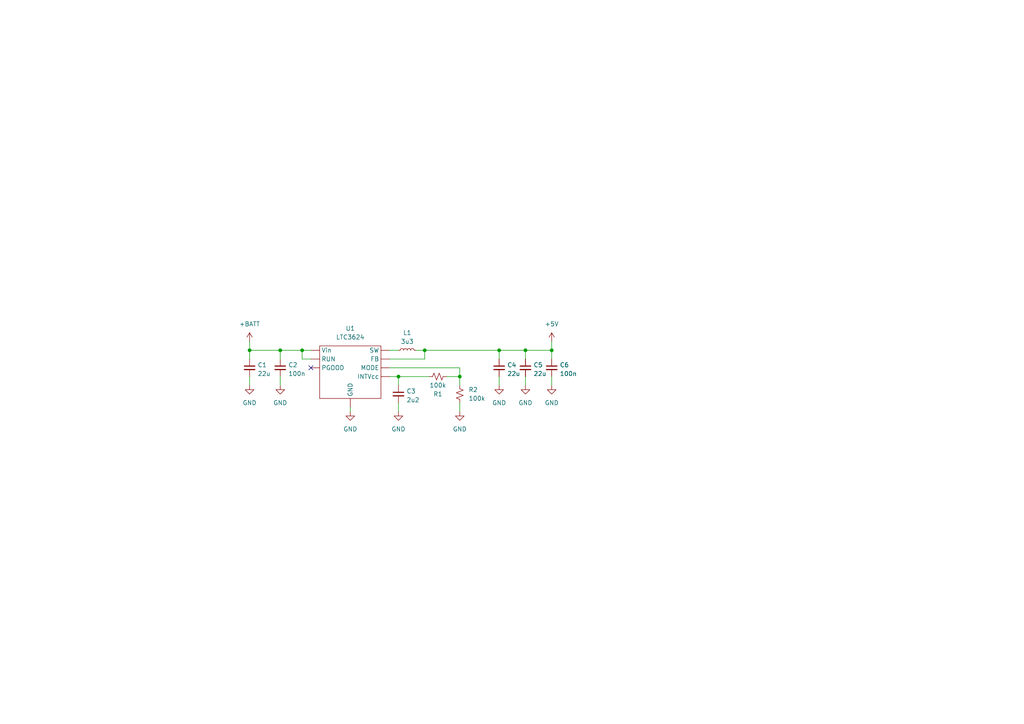
<source format=kicad_sch>
(kicad_sch (version 20250114) (generator "eeschema") (generator_version "9.0")
  (paper "A4")
  (lib_symbols
    (symbol "Device:C_Small" (pin_numbers (hide yes)) (pin_names (offset 0.254) (hide yes))
      (property "Reference" "C" (at 0.254 1.778 0))
      (property "Value" "C_Small" (at 0.254 -2.032 0))
      (symbol "C_Small_0_1"
        (polyline (pts (xy -1.524 0.508) (xy 1.524 0.508)) (stroke (width 0.3048)))
        (polyline (pts (xy -1.524 -0.508) (xy 1.524 -0.508)) (stroke (width 0.3302)))
      )
      (symbol "C_Small_1_1"
        (pin passive line (at 0 2.54 270) (length 2.032) (name "~") (number "1"))
        (pin passive line (at 0 -2.54 90) (length 2.032) (name "~") (number "2"))
      )
    )
    (symbol "Device:L_Small" (pin_numbers (hide yes)) (pin_names (offset 0.254) (hide yes))
      (property "Reference" "L" (at 0.762 1.016 0))
      (property "Value" "L_Small" (at 0.762 -1.016 0))
      (symbol "L_Small_0_1"
        (arc (start 0 2.032) (mid 0.5058 1.524) (end 0 1.016))
        (arc (start 0 1.016) (mid 0.5058 0.508) (end 0 0))
        (arc (start 0 0) (mid 0.5058 -0.508) (end 0 -1.016))
        (arc (start 0 -1.016) (mid 0.5058 -1.524) (end 0 -2.032))
      )
      (symbol "L_Small_1_1"
        (pin passive line (at 0 2.54 270) (length 0.508) (name "~") (number "1"))
        (pin passive line (at 0 -2.54 90) (length 0.508) (name "~") (number "2"))
      )
    )
    (symbol "Device:R_Small_US" (pin_numbers (hide yes)) (pin_names (offset 0.254) (hide yes))
      (property "Reference" "R" (at 0.762 0.508 0))
      (property "Value" "R_Small_US" (at 0.762 -1.016 0))
      (symbol "R_Small_US_1_1"
        (polyline (pts (xy 0 1.524) (xy 1.016 1.143) (xy 0 0.762) (xy -1.016 0.381) (xy 0 0)))
        (polyline (pts (xy 0 0) (xy 1.016 -0.381) (xy 0 -0.762) (xy -1.016 -1.143) (xy 0 -1.524)))
        (pin passive line (at 0 2.54 270) (length 1.016) (name "~") (number "1"))
        (pin passive line (at 0 -2.54 90) (length 1.016) (name "~") (number "2"))
      )
    )
    (symbol "U-Linear Tech-LTC3624:LTC3624" (pin_numbers (hide yes))
      (property "Reference" "U" (at 0 1.27 0))
      (property "Value" "LTC3624" (at 0 -1.27 0))
      (symbol "LTC3624_0_1"
        (rectangle (start -8.89 -2.54) (end 8.89 -17.78))
      )
      (symbol "LTC3624_1_1"
        (pin input line (at -11.43 -3.81 0) (length 2.54) (name "Vin") (number "2"))
        (pin input line (at -11.43 -6.35 0) (length 2.54) (name "RUN") (number "3"))
        (pin output line (at -11.43 -8.89 0) (length 2.54) (name "PGOOD") (number "4"))
        (pin output line (at 0 -20.32 90) (length 2.54) (name "GND") (number "8"))
        (pin output line (at 0 -20.32 90) (length 2.54) (hide yes) (name "GND") (number "9"))
        (pin output line (at 11.43 -3.81 180) (length 2.54) (name "SW") (number "1"))
        (pin input line (at 11.43 -6.35 180) (length 2.54) (name "FB") (number "5"))
        (pin input line (at 11.43 -8.89 180) (length 2.54) (name "MODE") (number "7"))
        (pin output line (at 11.43 -11.43 180) (length 2.54) (name "INTVcc") (number "6"))
      )
    )
    (symbol "power:+5V" (power) (pin_names (offset 0))
      (property "Value" "+5V" (at 0 3.556 0))
      (symbol "+5V_0_1"
        (polyline (pts (xy -0.762 1.27) (xy 0 2.54)))
        (polyline (pts (xy 0 2.54) (xy 0.762 1.27)))
        (polyline (pts (xy 0 0) (xy 0 2.54)))
      )
      (symbol "+5V_1_1"
        (pin power_in line (at 0 0 90) (length 0) (hide yes) (name "+5V") (number "1"))
      )
    )
    (symbol "power:+BATT" (power) (pin_names (offset 0))
      (property "Value" "+BATT" (at 0 3.556 0))
      (symbol "+BATT_0_1"
        (polyline (pts (xy -0.762 1.27) (xy 0 2.54)))
        (polyline (pts (xy 0 2.54) (xy 0.762 1.27)))
        (polyline (pts (xy 0 0) (xy 0 2.54)))
      )
      (symbol "+BATT_1_1"
        (pin power_in line (at 0 0 90) (length 0) (hide yes) (name "+BATT") (number "1"))
      )
    )
    (symbol "power:GND" (power) (pin_names (offset 0))
      (property "Value" "GND" (at 0 -3.81 0))
      (symbol "GND_0_1"
        (polyline (pts (xy 0 0) (xy 0 -1.27) (xy 1.27 -1.27) (xy 0 -2.54) (xy -1.27 -1.27) (xy 0 -1.27)))
      )
      (symbol "GND_1_1"
        (pin power_in line (at 0 0 270) (length 0) (hide yes) (name "GND") (number "1"))
      )
    )
  )
  (junction (at 144.78 101.6))
  (junction (at 115.57 109.22))
  (junction (at 123.19 101.6))
  (junction (at 87.63 101.6))
  (junction (at 72.39 101.6))
  (junction (at 160.02 101.6))
  (junction (at 81.28 101.6))
  (junction (at 152.4 101.6))
  (junction (at 133.35 109.22))
  (no_connect (at 90.17 106.68))
  (wire (pts (xy 72.39 101.6) (xy 81.28 101.6)))
  (wire (pts (xy 72.39 109.22) (xy 72.39 111.76)))
  (wire (pts (xy 152.4 101.6) (xy 160.02 101.6)))
  (wire (pts (xy 113.03 106.68) (xy 133.35 106.68)))
  (wire (pts (xy 81.28 109.22) (xy 81.28 111.76)))
  (wire (pts (xy 160.02 99.06) (xy 160.02 101.6)))
  (wire (pts (xy 129.54 109.22) (xy 133.35 109.22)))
  (wire (pts (xy 152.4 104.14) (xy 152.4 101.6)))
  (wire (pts (xy 101.6 118.11) (xy 101.6 119.38)))
  (wire (pts (xy 115.57 109.22) (xy 113.03 109.22)))
  (wire (pts (xy 120.65 101.6) (xy 123.19 101.6)))
  (wire (pts (xy 152.4 109.22) (xy 152.4 111.76)))
  (wire (pts (xy 113.03 101.6) (xy 115.57 101.6)))
  (wire (pts (xy 133.35 109.22) (xy 133.35 111.76)))
  (wire (pts (xy 115.57 109.22) (xy 124.46 109.22)))
  (wire (pts (xy 81.28 101.6) (xy 81.28 104.14)))
  (wire (pts (xy 113.03 104.14) (xy 123.19 104.14)))
  (wire (pts (xy 144.78 104.14) (xy 144.78 101.6)))
  (wire (pts (xy 87.63 104.14) (xy 90.17 104.14)))
  (wire (pts (xy 123.19 101.6) (xy 123.19 104.14)))
  (wire (pts (xy 133.35 116.84) (xy 133.35 119.38)))
  (wire (pts (xy 72.39 99.06) (xy 72.39 101.6)))
  (wire (pts (xy 144.78 101.6) (xy 152.4 101.6)))
  (wire (pts (xy 81.28 101.6) (xy 87.63 101.6)))
  (wire (pts (xy 144.78 109.22) (xy 144.78 111.76)))
  (wire (pts (xy 160.02 109.22) (xy 160.02 111.76)))
  (wire (pts (xy 133.35 106.68) (xy 133.35 109.22)))
  (wire (pts (xy 90.17 101.6) (xy 87.63 101.6)))
  (wire (pts (xy 72.39 101.6) (xy 72.39 104.14)))
  (wire (pts (xy 87.63 101.6) (xy 87.63 104.14)))
  (wire (pts (xy 160.02 101.6) (xy 160.02 104.14)))
  (wire (pts (xy 115.57 116.84) (xy 115.57 119.38)))
  (wire (pts (xy 115.57 109.22) (xy 115.57 111.76)))
  (wire (pts (xy 123.19 101.6) (xy 144.78 101.6)))
  (symbol (lib_id "power:GND") (at 152.4 111.76 0) (unit 1)
    (property "Reference" "#PWR06" (effects (hide yes)))
    (property "Value" "GND" (at 152.4 116.84 0))
  )
  (symbol (lib_id "power:+BATT") (at 72.39 99.06 0) (unit 1)
    (property "Reference" "#PWR01" (effects (hide yes)))
    (property "Value" "+BATT" (at 72.39 93.98 0))
  )
  (symbol (lib_id "power:GND") (at 115.57 119.38 0) (unit 1)
    (property "Reference" "#PWR04" (effects (hide yes)))
    (property "Value" "GND" (at 115.57 124.46 0))
  )
  (symbol (lib_id "Device:C_Small") (at 152.4 106.68 0) (unit 1)
    (property "Reference" "C5" (at 154.7241 105.8516 0) (effects (justify left)))
    (property "Value" "22u" (at 154.7241 108.3885 0) (effects (justify left)))
    (property "Footprint" "Capacitor_SMD:C_1210_3225Metric" (effects (hide yes)))
    (property "MPN" "CL32B226MOJVPNE" (effects (hide yes)))
    (property "MFR" "Samsung Electro-Mechanics" (effects (hide yes)))
    (property "Description" "CAP CER 22UF 16V X7R 1210" (effects (hide yes)))
  )
  (symbol (lib_id "power:GND") (at 72.39 111.76 0) (unit 1)
    (property "Reference" "#PWR02" (effects (hide yes)))
    (property "Value" "GND" (at 72.39 116.84 0))
  )
  (symbol (lib_id "power:GND") (at 144.78 111.76 0) (unit 1)
    (property "Reference" "#PWR0103" (effects (hide yes)))
    (property "Value" "GND" (at 144.78 116.84 0))
  )
  (symbol (lib_id "U-Linear Tech-LTC3624:LTC3624") (at 101.6 97.79 0) (unit 1)
    (property "Reference" "U1" (at 101.6 95.25 0))
    (property "Value" "LTC3624" (at 101.6 97.79 0))
    (property "Footprint" "oresat-footprints:DFN-8-1EP_3x3mm_P0.5mm_EP1.65x2.38mm_ThermalVias0.3mm" (effects (hide yes)))
    (property "Datasheet" "https://www.analog.com/media/en/technical-documentation/data-sheets/36242fd.pdf" (effects (hide yes)))
    (property "MPN" "LTC3624IDD-5#PBF" (effects (hide yes)))
    (property "Description" "IC REG BUCK 5V 2A 8DFN" (effects (hide yes)))
    (property "MFR" "Analog Devices" (effects (hide yes)))
  )
  (symbol (lib_id "power:GND") (at 133.35 119.38 0) (unit 1)
    (property "Reference" "#PWR0102" (effects (hide yes)))
    (property "Value" "GND" (at 133.35 124.46 0))
  )
  (symbol (lib_id "Device:C_Small") (at 72.39 106.68 0) (unit 1)
    (property "Reference" "C1" (at 74.7141 105.8516 0) (effects (justify left)))
    (property "Value" "22u" (at 74.7141 108.3885 0) (effects (justify left)))
    (property "Footprint" "Capacitor_SMD:C_1210_3225Metric" (effects (hide yes)))
    (property "Description" "CAP CER 22UF 16V X7R 1210" (effects (hide yes)))
    (property "MFR" "Samsung Electro-Mechanics" (effects (hide yes)))
    (property "MPN" "CL32B226MOJVPNE" (effects (hide yes)))
  )
  (symbol (lib_id "power:GND") (at 160.02 111.76 0) (unit 1)
    (property "Reference" "#PWR0104" (effects (hide yes)))
    (property "Value" "GND" (at 160.02 116.84 0))
  )
  (symbol (lib_id "Device:C_Small") (at 81.28 106.68 0) (unit 1)
    (property "Reference" "C2" (at 83.6041 105.8516 0) (effects (justify left)))
    (property "Value" "100n" (at 83.6041 108.3885 0) (effects (justify left)))
    (property "Footprint" "Capacitor_SMD:C_0603_1608Metric" (effects (hide yes)))
  )
  (symbol (lib_id "Device:L_Small") (at 118.11 101.6 90) (unit 1)
    (property "Reference" "L1" (at 118.11 96.52 90))
    (property "Value" "3u3" (at 118.11 99.06 90))
    (property "Footprint" "oresat-footprints:L_ECS-MPI4040" (effects (hide yes)))
    (property "Datasheet" "https://ecsxtal.com/store/pdf/ECS-MPI4040.pdf" (effects (hide yes)))
    (property "MFR" "ECS Inc." (effects (hide yes)))
    (property "MPN" "ECS-MPI4040R3-3R3-R" (effects (hide yes)))
    (property "Description" "FIXED IND 3.3UH 3A 60 MOHM SMD" (effects (hide yes)))
  )
  (symbol (lib_id "Device:C_Small") (at 144.78 106.68 0) (unit 1)
    (property "Reference" "C4" (at 147.1041 105.8516 0) (effects (justify left)))
    (property "Value" "22u" (at 147.1041 108.3885 0) (effects (justify left)))
    (property "Footprint" "Capacitor_SMD:C_1210_3225Metric" (effects (hide yes)))
    (property "MPN" "CL32B226MOJVPNE" (effects (hide yes)))
    (property "MFR" "Samsung Electro-Mechanics" (effects (hide yes)))
    (property "Description" "CAP CER 22UF 16V X7R 1210" (effects (hide yes)))
  )
  (symbol (lib_id "Device:C_Small") (at 115.57 114.3 0) (unit 1)
    (property "Reference" "C3" (at 117.8941 113.4716 0) (effects (justify left)))
    (property "Value" "2u2" (at 117.8941 116.0085 0) (effects (justify left)))
    (property "Footprint" "Capacitor_SMD:C_0603_1608Metric" (effects (hide yes)))
  )
  (symbol (lib_id "power:GND") (at 101.6 119.38 0) (unit 1)
    (property "Reference" "#PWR03" (effects (hide yes)))
    (property "Value" "GND" (at 101.6 124.46 0))
  )
  (symbol (lib_id "Device:R_Small_US") (at 127 109.22 90) (unit 1)
    (property "Reference" "R1" (at 127 114.3 90))
    (property "Value" "100k" (at 127 111.76 90))
    (property "Footprint" "Resistor_SMD:R_0603_1608Metric" (effects (hide yes)))
  )
  (symbol (lib_id "Device:R_Small_US") (at 133.35 114.3 0) (unit 1)
    (property "Reference" "R2" (at 135.89 113.0299 0) (effects (justify left)))
    (property "Value" "100k" (at 135.89 115.5699 0) (effects (justify left)))
    (property "Footprint" "Resistor_SMD:R_0603_1608Metric" (effects (hide yes)))
  )
  (symbol (lib_id "Device:C_Small") (at 160.02 106.68 0) (unit 1)
    (property "Reference" "C6" (at 162.3441 105.8516 0) (effects (justify left)))
    (property "Value" "100n" (at 162.3441 108.3885 0) (effects (justify left)))
    (property "Footprint" "Capacitor_SMD:C_0603_1608Metric" (effects (hide yes)))
  )
  (symbol (lib_id "power:GND") (at 81.28 111.76 0) (unit 1)
    (property "Reference" "#PWR0105" (effects (hide yes)))
    (property "Value" "GND" (at 81.28 116.84 0))
  )
  (symbol (lib_id "power:+5V") (at 160.02 99.06 0) (unit 1)
    (property "Reference" "#PWR05" (effects (hide yes)))
    (property "Value" "+5V" (at 160.02 93.98 0))
  )
)
</source>
